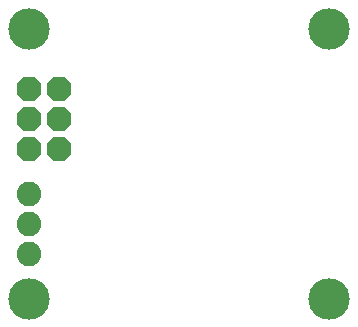
<source format=gbs>
G75*
G70*
%OFA0B0*%
%FSLAX24Y24*%
%IPPOS*%
%LPD*%
%AMOC8*
5,1,8,0,0,1.08239X$1,22.5*
%
%ADD10OC8,0.0820*%
%ADD11C,0.0820*%
%ADD12C,0.1380*%
D10*
X001517Y006225D03*
X002517Y006225D03*
X002517Y007225D03*
X001517Y007225D03*
X001517Y008225D03*
X002517Y008225D03*
D11*
X001517Y004725D03*
X001517Y003725D03*
X001517Y002725D03*
D12*
X001517Y001225D03*
X011517Y001225D03*
X011517Y010225D03*
X001517Y010225D03*
M02*

</source>
